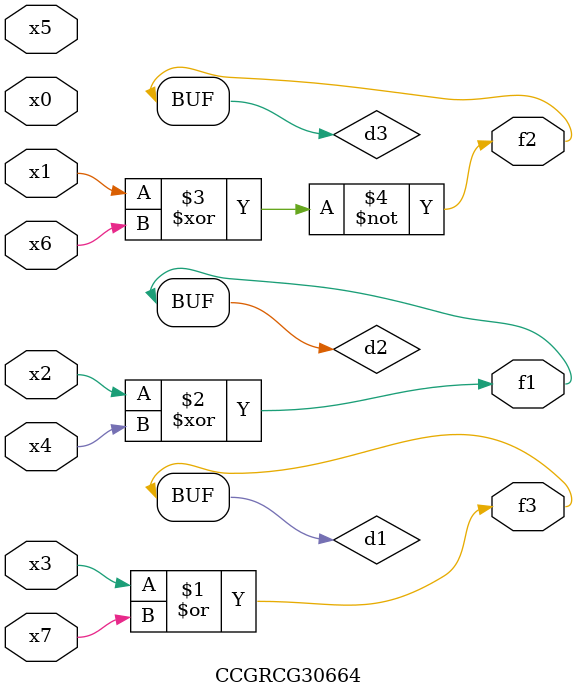
<source format=v>
module CCGRCG30664(
	input x0, x1, x2, x3, x4, x5, x6, x7,
	output f1, f2, f3
);

	wire d1, d2, d3;

	or (d1, x3, x7);
	xor (d2, x2, x4);
	xnor (d3, x1, x6);
	assign f1 = d2;
	assign f2 = d3;
	assign f3 = d1;
endmodule

</source>
